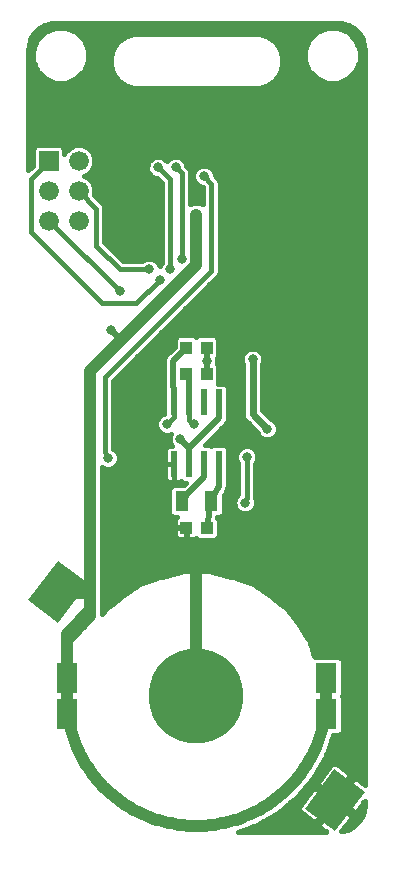
<source format=gbr>
G75*
%MOIN*%
%OFA0B0*%
%FSLAX25Y25*%
%IPPOS*%
%LPD*%
%AMOC8*
5,1,8,0,0,1.08239X$1,22.5*
%
%ADD10R,0.07000X0.10000*%
%ADD11C,0.31496*%
%ADD12R,0.06600X0.06600*%
%ADD13C,0.06600*%
%ADD14R,0.12598X0.16535*%
%ADD15R,0.04331X0.06693*%
%ADD16R,0.04331X0.03937*%
%ADD17R,0.03937X0.04331*%
%ADD18R,0.02362X0.08661*%
%ADD19C,0.01600*%
%ADD20C,0.03169*%
%ADD21C,0.04000*%
%ADD22C,0.02400*%
%ADD23C,0.02000*%
%ADD24C,0.03562*%
%ADD25C,0.03200*%
D10*
X0102362Y0054331D03*
X0015748Y0054331D03*
X0102362Y0042126D03*
X0015748Y0042126D03*
D11*
X0059055Y0048228D03*
D12*
X0009764Y0226535D03*
D13*
X0019764Y0226535D03*
X0009764Y0216535D03*
X0019764Y0216535D03*
X0009764Y0206535D03*
X0019764Y0206535D03*
D14*
G36*
X0013047Y0072546D02*
X0002987Y0080128D01*
X0012937Y0093332D01*
X0022997Y0085750D01*
X0013047Y0072546D01*
G37*
G36*
X0105173Y0003124D02*
X0095113Y0010706D01*
X0105063Y0023910D01*
X0115123Y0016328D01*
X0105173Y0003124D01*
G37*
D15*
X0063976Y0113189D03*
X0054134Y0113189D03*
D16*
X0062402Y0104331D03*
X0055709Y0104331D03*
D17*
X0062402Y0164370D03*
X0055709Y0164370D03*
X0062402Y0155512D03*
X0055709Y0155512D03*
D18*
X0061555Y0125591D03*
X0061555Y0146063D03*
X0066555Y0125591D03*
X0056555Y0125591D03*
X0051555Y0125591D03*
X0066555Y0146063D03*
X0056555Y0146063D03*
X0051555Y0146063D03*
D19*
X0022755Y0222058D02*
X0024241Y0223544D01*
X0025045Y0225485D01*
X0025045Y0227586D01*
X0024241Y0229527D01*
X0022755Y0231013D01*
X0020814Y0231817D01*
X0018713Y0231817D01*
X0016772Y0231013D01*
X0015287Y0229527D01*
X0015045Y0228943D01*
X0015045Y0230656D01*
X0013884Y0231817D01*
X0005643Y0231817D01*
X0004483Y0230656D01*
X0004483Y0225054D01*
X0002997Y0223508D01*
X0002997Y0263780D01*
X0003072Y0264930D01*
X0003668Y0267153D01*
X0004818Y0269145D01*
X0006445Y0270772D01*
X0008438Y0271923D01*
X0010661Y0272518D01*
X0011811Y0272594D01*
X0106299Y0272594D01*
X0107450Y0272518D01*
X0109672Y0271923D01*
X0111665Y0270772D01*
X0113292Y0269145D01*
X0114442Y0267153D01*
X0115038Y0264930D01*
X0115113Y0263780D01*
X0115113Y0018592D01*
X0111816Y0021076D01*
X0106239Y0013675D01*
X0104961Y0014638D01*
X0110538Y0022039D01*
X0105957Y0025491D01*
X0105518Y0025669D01*
X0105047Y0025727D01*
X0104578Y0025661D01*
X0104142Y0025476D01*
X0103768Y0025184D01*
X0099131Y0019030D01*
X0104961Y0014638D01*
X0103998Y0013360D01*
X0098168Y0017753D01*
X0093532Y0011599D01*
X0093354Y0011160D01*
X0093296Y0010690D01*
X0093362Y0010220D01*
X0093547Y0009784D01*
X0093839Y0009411D01*
X0098420Y0005958D01*
X0103998Y0013360D01*
X0105276Y0012397D01*
X0099698Y0004995D01*
X0102350Y0002997D01*
X0073044Y0002997D01*
X0079116Y0005207D01*
X0079116Y0005207D01*
X0086282Y0009344D01*
X0086282Y0009344D01*
X0092621Y0014663D01*
X0092621Y0014663D01*
X0097939Y0021001D01*
X0097939Y0021001D01*
X0102076Y0028167D01*
X0104616Y0035145D01*
X0106683Y0035145D01*
X0107843Y0036305D01*
X0107843Y0047947D01*
X0107562Y0048228D01*
X0107843Y0048510D01*
X0107843Y0060151D01*
X0106683Y0061312D01*
X0098438Y0061312D01*
X0098397Y0061477D01*
X0098312Y0061528D01*
X0096792Y0066088D01*
X0096857Y0066414D01*
X0096510Y0066934D01*
X0096313Y0067527D01*
X0096016Y0067675D01*
X0092851Y0072423D01*
X0092863Y0072548D01*
X0092347Y0073179D01*
X0091895Y0073857D01*
X0091772Y0073881D01*
X0089161Y0077073D01*
X0089136Y0077323D01*
X0088593Y0077767D01*
X0088149Y0078309D01*
X0087900Y0078334D01*
X0084708Y0080945D01*
X0084684Y0081068D01*
X0084006Y0081520D01*
X0083375Y0082036D01*
X0083250Y0082024D01*
X0078502Y0085189D01*
X0078354Y0085486D01*
X0077761Y0085684D01*
X0077240Y0086030D01*
X0076915Y0085965D01*
X0072355Y0087486D01*
X0072304Y0087570D01*
X0071490Y0087774D01*
X0070695Y0088039D01*
X0070607Y0087995D01*
X0064133Y0089613D01*
X0063916Y0089830D01*
X0063267Y0089830D01*
X0062637Y0089987D01*
X0062374Y0089830D01*
X0055736Y0089830D01*
X0055474Y0089987D01*
X0054843Y0089830D01*
X0054194Y0089830D01*
X0053977Y0089613D01*
X0047504Y0087995D01*
X0047415Y0088039D01*
X0046620Y0087774D01*
X0045806Y0087570D01*
X0045756Y0087486D01*
X0041195Y0085965D01*
X0040870Y0086030D01*
X0040350Y0085684D01*
X0039756Y0085486D01*
X0039608Y0085189D01*
X0034860Y0082024D01*
X0034735Y0082036D01*
X0034105Y0081520D01*
X0033427Y0081068D01*
X0033402Y0080945D01*
X0030211Y0078334D01*
X0029961Y0078309D01*
X0029517Y0077767D01*
X0028974Y0077323D01*
X0028949Y0077073D01*
X0027629Y0075460D01*
X0027603Y0075904D01*
X0027603Y0082628D01*
X0027621Y0083371D01*
X0027603Y0083418D01*
X0027603Y0124399D01*
X0028818Y0123895D01*
X0030237Y0123895D01*
X0031547Y0124438D01*
X0032550Y0125441D01*
X0033093Y0126751D01*
X0033093Y0128170D01*
X0032550Y0129480D01*
X0031547Y0130483D01*
X0031324Y0130575D01*
X0031324Y0153376D01*
X0065552Y0187603D01*
X0065552Y0187603D01*
X0066334Y0188385D01*
X0066757Y0189407D01*
X0066757Y0219549D01*
X0066334Y0220571D01*
X0065552Y0221354D01*
X0065081Y0221824D01*
X0065081Y0222166D01*
X0064538Y0223476D01*
X0063535Y0224479D01*
X0062225Y0225022D01*
X0060807Y0225022D01*
X0059496Y0224479D01*
X0058493Y0223476D01*
X0057950Y0222166D01*
X0057950Y0220747D01*
X0058493Y0219437D01*
X0059496Y0218434D01*
X0060807Y0217891D01*
X0061148Y0217891D01*
X0061195Y0217844D01*
X0061195Y0212084D01*
X0059847Y0212643D01*
X0058263Y0212643D01*
X0056915Y0212084D01*
X0056915Y0222994D01*
X0056492Y0224016D01*
X0055731Y0224777D01*
X0055731Y0225119D01*
X0055188Y0226429D01*
X0054185Y0227432D01*
X0052875Y0227975D01*
X0051456Y0227975D01*
X0050146Y0227432D01*
X0049213Y0226499D01*
X0048279Y0227432D01*
X0046969Y0227975D01*
X0045551Y0227975D01*
X0044240Y0227432D01*
X0043237Y0226429D01*
X0042694Y0225119D01*
X0042694Y0223700D01*
X0043237Y0222390D01*
X0044240Y0221387D01*
X0045551Y0220844D01*
X0045892Y0220844D01*
X0047416Y0219320D01*
X0047416Y0192714D01*
X0047174Y0192472D01*
X0046752Y0191453D01*
X0046330Y0192472D01*
X0045327Y0193475D01*
X0044016Y0194018D01*
X0042598Y0194018D01*
X0041287Y0193475D01*
X0041046Y0193234D01*
X0034617Y0193234D01*
X0028372Y0199479D01*
X0028372Y0210620D01*
X0028375Y0211164D01*
X0028372Y0211173D01*
X0028372Y0211183D01*
X0028163Y0211686D01*
X0027959Y0212189D01*
X0027952Y0212196D01*
X0027948Y0212205D01*
X0027564Y0212590D01*
X0024945Y0215244D01*
X0025045Y0215485D01*
X0025045Y0217586D01*
X0024241Y0219527D01*
X0022755Y0221013D01*
X0021493Y0221535D01*
X0022755Y0222058D01*
X0078861Y0111988D02*
X0078861Y0113406D01*
X0078582Y0114078D01*
X0078568Y0114272D01*
X0078568Y0125692D01*
X0078810Y0125933D01*
X0079353Y0127244D01*
X0079353Y0128662D01*
X0078810Y0129972D01*
X0077807Y0130975D01*
X0076497Y0131518D01*
X0075078Y0131518D01*
X0073768Y0130975D01*
X0072765Y0129972D01*
X0072222Y0128662D01*
X0072222Y0127244D01*
X0072765Y0125933D01*
X0073006Y0125692D01*
X0073006Y0115450D01*
X0072273Y0114716D01*
X0071730Y0113406D01*
X0071730Y0111988D01*
X0072273Y0110677D01*
X0073276Y0109674D01*
X0074586Y0109131D01*
X0076004Y0109131D01*
X0077315Y0109674D01*
X0078318Y0110677D01*
X0078861Y0111988D01*
X0030468Y0260439D02*
X0030468Y0258433D01*
X0031339Y0255751D01*
X0031339Y0255751D01*
X0032997Y0253469D01*
X0032997Y0253469D01*
X0032997Y0253469D01*
X0035278Y0251812D01*
X0035278Y0251812D01*
X0037960Y0250940D01*
X0080150Y0250940D01*
X0082832Y0251812D01*
X0082832Y0251812D01*
X0085114Y0253469D01*
X0085114Y0253469D01*
X0085114Y0253469D01*
X0086771Y0255751D01*
X0086771Y0255751D01*
X0087643Y0258433D01*
X0087643Y0261253D01*
X0086771Y0263934D01*
X0086771Y0263934D01*
X0085114Y0266216D01*
X0085114Y0266216D01*
X0085114Y0266216D01*
X0082832Y0267873D01*
X0082832Y0267873D01*
X0080150Y0268745D01*
X0037960Y0268745D01*
X0035278Y0267873D01*
X0035278Y0267873D01*
X0032997Y0266216D01*
X0032997Y0266216D01*
X0032997Y0266216D01*
X0031339Y0263934D01*
X0030468Y0261253D01*
X0030468Y0260439D01*
X0113430Y0260001D02*
X0113430Y0263621D01*
X0112045Y0266965D01*
X0109485Y0269525D01*
X0106141Y0270910D01*
X0102521Y0270910D01*
X0099176Y0269525D01*
X0096617Y0266965D01*
X0095231Y0263621D01*
X0095231Y0260001D01*
X0096617Y0256657D01*
X0099176Y0254097D01*
X0102521Y0252712D01*
X0106141Y0252712D01*
X0109485Y0254097D01*
X0112045Y0256657D01*
X0113430Y0260001D01*
X0022879Y0260001D02*
X0022879Y0263621D01*
X0021493Y0266965D01*
X0018934Y0269525D01*
X0015589Y0270910D01*
X0011970Y0270910D01*
X0008625Y0269525D01*
X0006066Y0266965D01*
X0004680Y0263621D01*
X0004680Y0260001D01*
X0006066Y0256657D01*
X0008625Y0254097D01*
X0011970Y0252712D01*
X0015589Y0252712D01*
X0018934Y0254097D01*
X0021493Y0256657D01*
X0022879Y0260001D01*
X0055524Y0100562D02*
X0055524Y0104146D01*
X0055893Y0104146D01*
X0055893Y0100562D01*
X0058111Y0100562D01*
X0058569Y0100685D01*
X0058913Y0100884D01*
X0059416Y0100381D01*
X0065388Y0100381D01*
X0066548Y0101542D01*
X0066548Y0107120D01*
X0066019Y0107649D01*
X0066057Y0107861D01*
X0066962Y0107861D01*
X0068123Y0109022D01*
X0068123Y0114816D01*
X0068887Y0116344D01*
X0068964Y0116422D01*
X0069151Y0116872D01*
X0069369Y0117307D01*
X0069376Y0117416D01*
X0069418Y0117517D01*
X0069418Y0118004D01*
X0069453Y0118490D01*
X0069418Y0118594D01*
X0069418Y0120140D01*
X0069717Y0120439D01*
X0069717Y0130742D01*
X0068557Y0131902D01*
X0064553Y0131902D01*
X0064055Y0131404D01*
X0063557Y0131902D01*
X0061807Y0131902D01*
X0068522Y0138617D01*
X0068926Y0139004D01*
X0068940Y0139035D01*
X0068964Y0139059D01*
X0069179Y0139577D01*
X0069404Y0140089D01*
X0069405Y0140123D01*
X0069418Y0140155D01*
X0069418Y0140612D01*
X0069717Y0140912D01*
X0069717Y0151214D01*
X0068557Y0152375D01*
X0066200Y0152375D01*
X0066351Y0152526D01*
X0066351Y0158498D01*
X0065934Y0158915D01*
X0066065Y0159232D01*
X0066065Y0160650D01*
X0065934Y0160967D01*
X0066351Y0161384D01*
X0066351Y0167356D01*
X0065191Y0168517D01*
X0059612Y0168517D01*
X0059055Y0167959D01*
X0058498Y0168517D01*
X0052920Y0168517D01*
X0051759Y0167356D01*
X0051759Y0164677D01*
X0049508Y0162475D01*
X0049492Y0162468D01*
X0049085Y0162060D01*
X0048673Y0161657D01*
X0048666Y0161642D01*
X0048654Y0161630D01*
X0048433Y0161097D01*
X0048207Y0160567D01*
X0048207Y0160550D01*
X0048200Y0160534D01*
X0048200Y0159957D01*
X0048194Y0159381D01*
X0048200Y0159365D01*
X0048200Y0152059D01*
X0048165Y0151955D01*
X0048200Y0151469D01*
X0048200Y0150982D01*
X0048242Y0150881D01*
X0048250Y0150772D01*
X0048393Y0150485D01*
X0048393Y0142299D01*
X0047193Y0141802D01*
X0046190Y0140799D01*
X0045647Y0139489D01*
X0045647Y0138070D01*
X0046190Y0136760D01*
X0047193Y0135757D01*
X0048503Y0135214D01*
X0049922Y0135214D01*
X0050432Y0135425D01*
X0050076Y0134567D01*
X0050076Y0133149D01*
X0050619Y0131839D01*
X0050737Y0131721D01*
X0050137Y0131721D01*
X0049679Y0131599D01*
X0049269Y0131362D01*
X0048934Y0131026D01*
X0048697Y0130616D01*
X0048574Y0130158D01*
X0048574Y0125591D01*
X0051555Y0125591D01*
X0051555Y0125590D01*
X0048574Y0125590D01*
X0048574Y0121023D01*
X0048697Y0120565D01*
X0048934Y0120155D01*
X0049269Y0119819D01*
X0049679Y0119583D01*
X0050137Y0119460D01*
X0051555Y0119460D01*
X0051555Y0125590D01*
X0051555Y0125590D01*
X0051555Y0119460D01*
X0052973Y0119460D01*
X0053431Y0119583D01*
X0053841Y0119819D01*
X0053927Y0119905D01*
X0054553Y0119279D01*
X0055516Y0119279D01*
X0054807Y0118570D01*
X0054705Y0118517D01*
X0051148Y0118517D01*
X0049987Y0117356D01*
X0049987Y0109022D01*
X0051148Y0107861D01*
X0052649Y0107861D01*
X0052438Y0107740D01*
X0052103Y0107404D01*
X0051866Y0106994D01*
X0051743Y0106536D01*
X0051743Y0104515D01*
X0055524Y0104515D01*
X0055524Y0104146D01*
X0051743Y0104146D01*
X0051743Y0102125D01*
X0051866Y0101667D01*
X0052103Y0101257D01*
X0052438Y0100922D01*
X0052849Y0100685D01*
X0053306Y0100562D01*
X0055524Y0100562D01*
X0086243Y0136594D02*
X0086243Y0138012D01*
X0085700Y0139323D01*
X0084697Y0140326D01*
X0083769Y0140710D01*
X0080937Y0143542D01*
X0080937Y0158796D01*
X0081321Y0159724D01*
X0081321Y0161142D01*
X0080778Y0162453D01*
X0079776Y0163456D01*
X0078465Y0163998D01*
X0077047Y0163998D01*
X0075736Y0163456D01*
X0074733Y0162453D01*
X0074191Y0161142D01*
X0074191Y0159724D01*
X0074575Y0158796D01*
X0074575Y0141592D01*
X0075059Y0140422D01*
X0075954Y0139528D01*
X0079270Y0136211D01*
X0079655Y0135284D01*
X0080658Y0134281D01*
X0081968Y0133738D01*
X0083386Y0133738D01*
X0084697Y0134281D01*
X0085700Y0135284D01*
X0086243Y0136594D01*
X0112068Y0009282D02*
X0115113Y0013324D01*
X0115113Y0011811D01*
X0115038Y0010661D01*
X0114442Y0008438D01*
X0113292Y0006445D01*
X0111665Y0004818D01*
X0109672Y0003668D01*
X0107450Y0003072D01*
X0107385Y0003068D01*
X0111105Y0008004D01*
X0105276Y0012397D01*
X0106239Y0013675D01*
X0112068Y0009282D01*
X0102085Y0003197D02*
X0073594Y0003197D01*
X0107483Y0003197D02*
X0107915Y0003197D01*
X0099963Y0004796D02*
X0077986Y0004796D01*
X0108687Y0004796D02*
X0111626Y0004796D01*
X0097842Y0006394D02*
X0081172Y0006394D01*
X0098749Y0006394D02*
X0100752Y0006394D01*
X0109892Y0006394D02*
X0113241Y0006394D01*
X0095721Y0007993D02*
X0083941Y0007993D01*
X0099953Y0007993D02*
X0101957Y0007993D01*
X0111096Y0007993D02*
X0114185Y0007993D01*
X0093698Y0009591D02*
X0086576Y0009591D01*
X0101158Y0009591D02*
X0103161Y0009591D01*
X0108999Y0009591D02*
X0111658Y0009591D01*
X0112301Y0009591D02*
X0114751Y0009591D01*
X0093366Y0011190D02*
X0088481Y0011190D01*
X0102362Y0011190D02*
X0104366Y0011190D01*
X0106878Y0011190D02*
X0109536Y0011190D01*
X0113505Y0011190D02*
X0115073Y0011190D01*
X0094427Y0012788D02*
X0090386Y0012788D01*
X0103567Y0012788D02*
X0104757Y0012788D01*
X0105570Y0012788D02*
X0107415Y0012788D01*
X0114710Y0012788D02*
X0115113Y0012788D01*
X0095632Y0014387D02*
X0092291Y0014387D01*
X0102635Y0014387D02*
X0104771Y0014387D01*
X0105294Y0014387D02*
X0106775Y0014387D01*
X0096836Y0015985D02*
X0093730Y0015985D01*
X0100514Y0015985D02*
X0103173Y0015985D01*
X0105976Y0015985D02*
X0107979Y0015985D01*
X0098041Y0017584D02*
X0095071Y0017584D01*
X0098393Y0017584D02*
X0101051Y0017584D01*
X0107181Y0017584D02*
X0109184Y0017584D01*
X0099246Y0019182D02*
X0096413Y0019182D01*
X0108385Y0019182D02*
X0110389Y0019182D01*
X0114330Y0019182D02*
X0115113Y0019182D01*
X0100450Y0020781D02*
X0097754Y0020781D01*
X0109590Y0020781D02*
X0111593Y0020781D01*
X0112208Y0020781D02*
X0115113Y0020781D01*
X0101655Y0022379D02*
X0098735Y0022379D01*
X0110087Y0022379D02*
X0115113Y0022379D01*
X0102859Y0023978D02*
X0099658Y0023978D01*
X0107966Y0023978D02*
X0115113Y0023978D01*
X0104379Y0025576D02*
X0100581Y0025576D01*
X0105747Y0025576D02*
X0115113Y0025576D01*
X0115113Y0027175D02*
X0101503Y0027175D01*
X0102297Y0028773D02*
X0115113Y0028773D01*
X0115113Y0030372D02*
X0102879Y0030372D01*
X0103461Y0031970D02*
X0115113Y0031970D01*
X0115113Y0033569D02*
X0104042Y0033569D01*
X0106705Y0035167D02*
X0115113Y0035167D01*
X0115113Y0036766D02*
X0107843Y0036766D01*
X0107843Y0038364D02*
X0115113Y0038364D01*
X0115113Y0039963D02*
X0107843Y0039963D01*
X0107843Y0041561D02*
X0115113Y0041561D01*
X0115113Y0043160D02*
X0107843Y0043160D01*
X0107843Y0044758D02*
X0115113Y0044758D01*
X0115113Y0046357D02*
X0107843Y0046357D01*
X0107835Y0047955D02*
X0115113Y0047955D01*
X0115113Y0049554D02*
X0107843Y0049554D01*
X0107843Y0051152D02*
X0115113Y0051152D01*
X0115113Y0052751D02*
X0107843Y0052751D01*
X0107843Y0054349D02*
X0115113Y0054349D01*
X0115113Y0055948D02*
X0107843Y0055948D01*
X0107843Y0057546D02*
X0115113Y0057546D01*
X0115113Y0059145D02*
X0107843Y0059145D01*
X0107251Y0060743D02*
X0115113Y0060743D01*
X0115113Y0062342D02*
X0098041Y0062342D01*
X0097508Y0063940D02*
X0115113Y0063940D01*
X0115113Y0065539D02*
X0096975Y0065539D01*
X0096442Y0067137D02*
X0115113Y0067137D01*
X0115113Y0068736D02*
X0095309Y0068736D01*
X0094243Y0070334D02*
X0115113Y0070334D01*
X0115113Y0071933D02*
X0093178Y0071933D01*
X0092112Y0073532D02*
X0115113Y0073532D01*
X0115113Y0075130D02*
X0090751Y0075130D01*
X0028668Y0076729D02*
X0027603Y0076729D01*
X0089443Y0076729D02*
X0115113Y0076729D01*
X0030140Y0078327D02*
X0027603Y0078327D01*
X0087971Y0078327D02*
X0115113Y0078327D01*
X0032156Y0079926D02*
X0027603Y0079926D01*
X0085955Y0079926D02*
X0115113Y0079926D01*
X0034109Y0081524D02*
X0027603Y0081524D01*
X0084001Y0081524D02*
X0115113Y0081524D01*
X0036508Y0083123D02*
X0027615Y0083123D01*
X0081602Y0083123D02*
X0115113Y0083123D01*
X0038906Y0084721D02*
X0027603Y0084721D01*
X0079204Y0084721D02*
X0115113Y0084721D01*
X0042258Y0086320D02*
X0027603Y0086320D01*
X0075852Y0086320D02*
X0115113Y0086320D01*
X0047053Y0087918D02*
X0027603Y0087918D01*
X0071057Y0087918D02*
X0115113Y0087918D01*
X0053592Y0089517D02*
X0027603Y0089517D01*
X0064518Y0089517D02*
X0115113Y0089517D01*
X0115113Y0091115D02*
X0027603Y0091115D01*
X0027603Y0092714D02*
X0115113Y0092714D01*
X0115113Y0094312D02*
X0027603Y0094312D01*
X0027603Y0095911D02*
X0115113Y0095911D01*
X0115113Y0097509D02*
X0027603Y0097509D01*
X0027603Y0099108D02*
X0115113Y0099108D01*
X0052812Y0100706D02*
X0027603Y0100706D01*
X0055524Y0100706D02*
X0055893Y0100706D01*
X0058606Y0100706D02*
X0059091Y0100706D01*
X0065713Y0100706D02*
X0115113Y0100706D01*
X0051743Y0102305D02*
X0027603Y0102305D01*
X0055524Y0102305D02*
X0055893Y0102305D01*
X0066548Y0102305D02*
X0115113Y0102305D01*
X0051743Y0103903D02*
X0027603Y0103903D01*
X0055524Y0103903D02*
X0055893Y0103903D01*
X0066548Y0103903D02*
X0115113Y0103903D01*
X0051743Y0105502D02*
X0027603Y0105502D01*
X0066548Y0105502D02*
X0115113Y0105502D01*
X0051927Y0107100D02*
X0027603Y0107100D01*
X0066548Y0107100D02*
X0115113Y0107100D01*
X0050311Y0108699D02*
X0027603Y0108699D01*
X0067800Y0108699D02*
X0115113Y0108699D01*
X0049987Y0110297D02*
X0027603Y0110297D01*
X0068123Y0110297D02*
X0072653Y0110297D01*
X0077938Y0110297D02*
X0115113Y0110297D01*
X0049987Y0111896D02*
X0027603Y0111896D01*
X0068123Y0111896D02*
X0071768Y0111896D01*
X0078823Y0111896D02*
X0115113Y0111896D01*
X0049987Y0113494D02*
X0027603Y0113494D01*
X0068123Y0113494D02*
X0071766Y0113494D01*
X0078824Y0113494D02*
X0115113Y0113494D01*
X0049987Y0115093D02*
X0027603Y0115093D01*
X0068261Y0115093D02*
X0072649Y0115093D01*
X0078568Y0115093D02*
X0115113Y0115093D01*
X0049987Y0116691D02*
X0027603Y0116691D01*
X0069076Y0116691D02*
X0073006Y0116691D01*
X0078568Y0116691D02*
X0115113Y0116691D01*
X0050921Y0118290D02*
X0027603Y0118290D01*
X0069438Y0118290D02*
X0073006Y0118290D01*
X0078568Y0118290D02*
X0115113Y0118290D01*
X0049200Y0119888D02*
X0027603Y0119888D01*
X0051555Y0119888D02*
X0051555Y0119888D01*
X0053910Y0119888D02*
X0053944Y0119888D01*
X0069418Y0119888D02*
X0073006Y0119888D01*
X0078568Y0119888D02*
X0115113Y0119888D01*
X0048574Y0121487D02*
X0027603Y0121487D01*
X0051555Y0121487D02*
X0051555Y0121487D01*
X0069717Y0121487D02*
X0073006Y0121487D01*
X0078568Y0121487D02*
X0115113Y0121487D01*
X0048574Y0123085D02*
X0027603Y0123085D01*
X0051555Y0123085D02*
X0051555Y0123085D01*
X0069717Y0123085D02*
X0073006Y0123085D01*
X0078568Y0123085D02*
X0115113Y0123085D01*
X0048574Y0124684D02*
X0031793Y0124684D01*
X0051555Y0124684D02*
X0051555Y0124684D01*
X0069717Y0124684D02*
X0073006Y0124684D01*
X0078568Y0124684D02*
X0115113Y0124684D01*
X0048574Y0126282D02*
X0032899Y0126282D01*
X0069717Y0126282D02*
X0072620Y0126282D01*
X0078955Y0126282D02*
X0115113Y0126282D01*
X0048574Y0127881D02*
X0033093Y0127881D01*
X0069717Y0127881D02*
X0072222Y0127881D01*
X0079353Y0127881D02*
X0115113Y0127881D01*
X0048574Y0129479D02*
X0032550Y0129479D01*
X0069717Y0129479D02*
X0072561Y0129479D01*
X0079014Y0129479D02*
X0115113Y0129479D01*
X0048985Y0131078D02*
X0031324Y0131078D01*
X0069381Y0131078D02*
X0074016Y0131078D01*
X0077559Y0131078D02*
X0115113Y0131078D01*
X0050272Y0132676D02*
X0031324Y0132676D01*
X0062581Y0132676D02*
X0115113Y0132676D01*
X0050076Y0134275D02*
X0031324Y0134275D01*
X0064180Y0134275D02*
X0080671Y0134275D01*
X0084683Y0134275D02*
X0115113Y0134275D01*
X0047076Y0135873D02*
X0031324Y0135873D01*
X0065778Y0135873D02*
X0079410Y0135873D01*
X0085944Y0135873D02*
X0115113Y0135873D01*
X0045895Y0137472D02*
X0031324Y0137472D01*
X0067377Y0137472D02*
X0078010Y0137472D01*
X0086243Y0137472D02*
X0115113Y0137472D01*
X0045647Y0139070D02*
X0031324Y0139070D01*
X0068969Y0139070D02*
X0076411Y0139070D01*
X0085804Y0139070D02*
X0115113Y0139070D01*
X0046136Y0140669D02*
X0031324Y0140669D01*
X0069475Y0140669D02*
X0074957Y0140669D01*
X0083868Y0140669D02*
X0115113Y0140669D01*
X0048317Y0142268D02*
X0031324Y0142268D01*
X0069717Y0142268D02*
X0074575Y0142268D01*
X0082212Y0142268D02*
X0115113Y0142268D01*
X0048393Y0143866D02*
X0031324Y0143866D01*
X0069717Y0143866D02*
X0074575Y0143866D01*
X0080937Y0143866D02*
X0115113Y0143866D01*
X0048393Y0145465D02*
X0031324Y0145465D01*
X0069717Y0145465D02*
X0074575Y0145465D01*
X0080937Y0145465D02*
X0115113Y0145465D01*
X0048393Y0147063D02*
X0031324Y0147063D01*
X0069717Y0147063D02*
X0074575Y0147063D01*
X0080937Y0147063D02*
X0115113Y0147063D01*
X0048393Y0148662D02*
X0031324Y0148662D01*
X0069717Y0148662D02*
X0074575Y0148662D01*
X0080937Y0148662D02*
X0115113Y0148662D01*
X0048393Y0150260D02*
X0031324Y0150260D01*
X0069717Y0150260D02*
X0074575Y0150260D01*
X0080937Y0150260D02*
X0115113Y0150260D01*
X0048172Y0151859D02*
X0031324Y0151859D01*
X0069073Y0151859D02*
X0074575Y0151859D01*
X0080937Y0151859D02*
X0115113Y0151859D01*
X0048200Y0153457D02*
X0031406Y0153457D01*
X0066351Y0153457D02*
X0074575Y0153457D01*
X0080937Y0153457D02*
X0115113Y0153457D01*
X0048200Y0155056D02*
X0033004Y0155056D01*
X0066351Y0155056D02*
X0074575Y0155056D01*
X0080937Y0155056D02*
X0115113Y0155056D01*
X0048200Y0156654D02*
X0034603Y0156654D01*
X0066351Y0156654D02*
X0074575Y0156654D01*
X0080937Y0156654D02*
X0115113Y0156654D01*
X0048200Y0158253D02*
X0036201Y0158253D01*
X0066351Y0158253D02*
X0074575Y0158253D01*
X0080937Y0158253D02*
X0115113Y0158253D01*
X0048199Y0159851D02*
X0037800Y0159851D01*
X0066065Y0159851D02*
X0074191Y0159851D01*
X0081321Y0159851D02*
X0115113Y0159851D01*
X0048579Y0161450D02*
X0039398Y0161450D01*
X0066351Y0161450D02*
X0074318Y0161450D01*
X0081194Y0161450D02*
X0115113Y0161450D01*
X0050094Y0163048D02*
X0040997Y0163048D01*
X0066351Y0163048D02*
X0075329Y0163048D01*
X0080183Y0163048D02*
X0115113Y0163048D01*
X0051728Y0164647D02*
X0042595Y0164647D01*
X0066351Y0164647D02*
X0115113Y0164647D01*
X0051759Y0166245D02*
X0044194Y0166245D01*
X0066351Y0166245D02*
X0115113Y0166245D01*
X0052247Y0167844D02*
X0045792Y0167844D01*
X0065864Y0167844D02*
X0115113Y0167844D01*
X0115113Y0169442D02*
X0047391Y0169442D01*
X0048990Y0171041D02*
X0115113Y0171041D01*
X0115113Y0172639D02*
X0050588Y0172639D01*
X0052187Y0174238D02*
X0115113Y0174238D01*
X0115113Y0175836D02*
X0053785Y0175836D01*
X0055384Y0177435D02*
X0115113Y0177435D01*
X0115113Y0179033D02*
X0056982Y0179033D01*
X0058581Y0180632D02*
X0115113Y0180632D01*
X0115113Y0182230D02*
X0060179Y0182230D01*
X0061778Y0183829D02*
X0115113Y0183829D01*
X0115113Y0185427D02*
X0063376Y0185427D01*
X0064975Y0187026D02*
X0115113Y0187026D01*
X0115113Y0188624D02*
X0066433Y0188624D01*
X0066757Y0190223D02*
X0115113Y0190223D01*
X0046905Y0191821D02*
X0046599Y0191821D01*
X0066757Y0191821D02*
X0115113Y0191821D01*
X0041232Y0193420D02*
X0034430Y0193420D01*
X0045382Y0193420D02*
X0047416Y0193420D01*
X0066757Y0193420D02*
X0115113Y0193420D01*
X0047416Y0195018D02*
X0032832Y0195018D01*
X0066757Y0195018D02*
X0115113Y0195018D01*
X0047416Y0196617D02*
X0031233Y0196617D01*
X0066757Y0196617D02*
X0115113Y0196617D01*
X0047416Y0198215D02*
X0029635Y0198215D01*
X0066757Y0198215D02*
X0115113Y0198215D01*
X0047416Y0199814D02*
X0028372Y0199814D01*
X0066757Y0199814D02*
X0115113Y0199814D01*
X0047416Y0201412D02*
X0028372Y0201412D01*
X0066757Y0201412D02*
X0115113Y0201412D01*
X0047416Y0203011D02*
X0028372Y0203011D01*
X0066757Y0203011D02*
X0115113Y0203011D01*
X0047416Y0204609D02*
X0028372Y0204609D01*
X0066757Y0204609D02*
X0115113Y0204609D01*
X0047416Y0206208D02*
X0028372Y0206208D01*
X0066757Y0206208D02*
X0115113Y0206208D01*
X0047416Y0207806D02*
X0028372Y0207806D01*
X0066757Y0207806D02*
X0115113Y0207806D01*
X0047416Y0209405D02*
X0028372Y0209405D01*
X0066757Y0209405D02*
X0115113Y0209405D01*
X0047416Y0211003D02*
X0028374Y0211003D01*
X0066757Y0211003D02*
X0115113Y0211003D01*
X0047416Y0212602D02*
X0027552Y0212602D01*
X0056915Y0212602D02*
X0058165Y0212602D01*
X0059945Y0212602D02*
X0061195Y0212602D01*
X0066757Y0212602D02*
X0115113Y0212602D01*
X0047416Y0214201D02*
X0025974Y0214201D01*
X0056915Y0214201D02*
X0061195Y0214201D01*
X0066757Y0214201D02*
X0115113Y0214201D01*
X0047416Y0215799D02*
X0025045Y0215799D01*
X0056915Y0215799D02*
X0061195Y0215799D01*
X0066757Y0215799D02*
X0115113Y0215799D01*
X0047416Y0217398D02*
X0025045Y0217398D01*
X0056915Y0217398D02*
X0061195Y0217398D01*
X0066757Y0217398D02*
X0115113Y0217398D01*
X0047416Y0218996D02*
X0024461Y0218996D01*
X0056915Y0218996D02*
X0058934Y0218996D01*
X0066757Y0218996D02*
X0115113Y0218996D01*
X0046142Y0220595D02*
X0023173Y0220595D01*
X0056915Y0220595D02*
X0058014Y0220595D01*
X0066311Y0220595D02*
X0115113Y0220595D01*
X0043434Y0222193D02*
X0022890Y0222193D01*
X0056915Y0222193D02*
X0057962Y0222193D01*
X0065070Y0222193D02*
X0115113Y0222193D01*
X0003270Y0223792D02*
X0002997Y0223792D01*
X0024343Y0223792D02*
X0042694Y0223792D01*
X0056585Y0223792D02*
X0058808Y0223792D01*
X0064223Y0223792D02*
X0115113Y0223792D01*
X0004483Y0225390D02*
X0002997Y0225390D01*
X0025006Y0225390D02*
X0042807Y0225390D01*
X0055618Y0225390D02*
X0115113Y0225390D01*
X0004483Y0226989D02*
X0002997Y0226989D01*
X0025045Y0226989D02*
X0043797Y0226989D01*
X0048723Y0226989D02*
X0049702Y0226989D01*
X0054628Y0226989D02*
X0115113Y0226989D01*
X0004483Y0228587D02*
X0002997Y0228587D01*
X0024630Y0228587D02*
X0115113Y0228587D01*
X0004483Y0230186D02*
X0002997Y0230186D01*
X0015045Y0230186D02*
X0015945Y0230186D01*
X0023582Y0230186D02*
X0115113Y0230186D01*
X0005611Y0231784D02*
X0002997Y0231784D01*
X0013917Y0231784D02*
X0018635Y0231784D01*
X0020892Y0231784D02*
X0115113Y0231784D01*
X0115113Y0233383D02*
X0002997Y0233383D01*
X0002997Y0234981D02*
X0115113Y0234981D01*
X0115113Y0236580D02*
X0002997Y0236580D01*
X0002997Y0238178D02*
X0115113Y0238178D01*
X0115113Y0239777D02*
X0002997Y0239777D01*
X0002997Y0241375D02*
X0115113Y0241375D01*
X0115113Y0242974D02*
X0002997Y0242974D01*
X0002997Y0244572D02*
X0115113Y0244572D01*
X0115113Y0246171D02*
X0002997Y0246171D01*
X0002997Y0247769D02*
X0115113Y0247769D01*
X0115113Y0249368D02*
X0002997Y0249368D01*
X0002997Y0250966D02*
X0037880Y0250966D01*
X0080231Y0250966D02*
X0115113Y0250966D01*
X0034241Y0252565D02*
X0002997Y0252565D01*
X0083869Y0252565D02*
X0115113Y0252565D01*
X0008559Y0254163D02*
X0002997Y0254163D01*
X0019000Y0254163D02*
X0032492Y0254163D01*
X0085618Y0254163D02*
X0099110Y0254163D01*
X0109551Y0254163D02*
X0115113Y0254163D01*
X0006961Y0255762D02*
X0002997Y0255762D01*
X0020599Y0255762D02*
X0031335Y0255762D01*
X0086775Y0255762D02*
X0097512Y0255762D01*
X0111150Y0255762D02*
X0115113Y0255762D01*
X0005774Y0257360D02*
X0002997Y0257360D01*
X0021785Y0257360D02*
X0030816Y0257360D01*
X0087294Y0257360D02*
X0096325Y0257360D01*
X0112336Y0257360D02*
X0115113Y0257360D01*
X0005112Y0258959D02*
X0002997Y0258959D01*
X0022447Y0258959D02*
X0030468Y0258959D01*
X0087643Y0258959D02*
X0095663Y0258959D01*
X0112998Y0258959D02*
X0115113Y0258959D01*
X0004680Y0260557D02*
X0002997Y0260557D01*
X0022879Y0260557D02*
X0030468Y0260557D01*
X0087643Y0260557D02*
X0095231Y0260557D01*
X0113430Y0260557D02*
X0115113Y0260557D01*
X0004680Y0262156D02*
X0002997Y0262156D01*
X0022879Y0262156D02*
X0030761Y0262156D01*
X0087349Y0262156D02*
X0095231Y0262156D01*
X0113430Y0262156D02*
X0115113Y0262156D01*
X0004736Y0263754D02*
X0002997Y0263754D01*
X0022823Y0263754D02*
X0031281Y0263754D01*
X0086830Y0263754D02*
X0095287Y0263754D01*
X0113375Y0263754D02*
X0115113Y0263754D01*
X0005398Y0265353D02*
X0003186Y0265353D01*
X0022161Y0265353D02*
X0032370Y0265353D01*
X0085741Y0265353D02*
X0095949Y0265353D01*
X0112713Y0265353D02*
X0114925Y0265353D01*
X0006060Y0266951D02*
X0003614Y0266951D01*
X0021499Y0266951D02*
X0034009Y0266951D01*
X0084101Y0266951D02*
X0096611Y0266951D01*
X0112050Y0266951D02*
X0114496Y0266951D01*
X0007650Y0268550D02*
X0004475Y0268550D01*
X0019909Y0268550D02*
X0037360Y0268550D01*
X0080750Y0268550D02*
X0098201Y0268550D01*
X0110460Y0268550D02*
X0113636Y0268550D01*
X0010130Y0270148D02*
X0005821Y0270148D01*
X0017429Y0270148D02*
X0100682Y0270148D01*
X0107980Y0270148D02*
X0112289Y0270148D01*
X0109977Y0271747D02*
X0008133Y0271747D01*
X0056594Y0150098D02*
X0056555Y0146063D01*
X0056594Y0140256D01*
X0058071Y0138780D01*
X0028543Y0154528D02*
X0063976Y0189961D01*
X0061516Y0221457D02*
X0063976Y0218996D01*
X0063976Y0189961D01*
X0028543Y0154528D02*
X0028543Y0129429D01*
X0029528Y0127461D01*
X0056594Y0126969D02*
X0056555Y0125591D01*
X0009764Y0226535D02*
X0003937Y0220472D01*
X0003937Y0202756D01*
X0027559Y0179134D01*
X0038878Y0179134D01*
X0046752Y0187008D01*
X0019764Y0216535D02*
X0025591Y0210630D01*
X0025591Y0198327D01*
X0033465Y0190453D01*
X0043307Y0190453D01*
X0009764Y0206535D02*
X0011319Y0205217D01*
X0033465Y0183071D01*
X0050197Y0190453D02*
X0050197Y0220472D01*
X0046260Y0224409D01*
X0054134Y0193898D02*
X0054134Y0222441D01*
X0052165Y0224409D01*
X0075295Y0112697D02*
X0075787Y0114173D01*
X0075787Y0127953D01*
X0051673Y0150591D02*
X0051555Y0146063D01*
X0051673Y0141240D01*
X0049213Y0138780D01*
D20*
X0059055Y0092520D03*
X0063231Y0092520D03*
X0054879Y0092520D03*
X0028543Y0102362D03*
X0075787Y0102362D03*
X0067913Y0175197D03*
X0070866Y0172244D03*
X0029528Y0122047D03*
X0029528Y0117126D03*
X0040354Y0152559D03*
X0059055Y0229823D03*
X0096457Y0092520D03*
X0036909Y0156004D03*
X0010335Y0243110D03*
X0044783Y0122047D03*
X0044783Y0117126D03*
X0073819Y0107776D03*
X0070374Y0111220D03*
X0102854Y0200295D03*
X0082677Y0212598D03*
X0092520Y0212598D03*
X0112205Y0027559D03*
X0112205Y0022638D03*
X0076772Y0187992D03*
X0079724Y0182087D03*
X0095472Y0171260D03*
X0103346Y0163386D03*
X0103346Y0168307D03*
X0098425Y0129921D03*
X0076772Y0134843D03*
X0030020Y0206693D03*
X0030020Y0211614D03*
X0103346Y0147146D03*
X0082677Y0137303D03*
X0077756Y0160433D03*
X0062500Y0159941D03*
X0058071Y0138780D03*
X0061516Y0221457D03*
X0029528Y0127461D03*
X0016732Y0068898D03*
X0019685Y0071850D03*
X0022638Y0074803D03*
X0053642Y0133858D03*
X0030512Y0170276D03*
X0046752Y0187008D03*
X0043307Y0190453D03*
X0033465Y0183071D03*
X0046260Y0224409D03*
X0050197Y0190453D03*
X0052165Y0224409D03*
X0054134Y0193898D03*
X0075295Y0112697D03*
X0075787Y0127953D03*
X0049213Y0138780D03*
D21*
X0059055Y0092520D02*
X0059055Y0048228D01*
X0059055Y0208661D02*
X0059055Y0191929D01*
X0033957Y0166831D01*
X0023622Y0156496D01*
X0023622Y0082677D01*
X0023622Y0075787D01*
X0015748Y0066929D01*
X0015748Y0054331D01*
X0015748Y0048228D01*
X0015761Y0047182D01*
X0015799Y0046136D01*
X0015862Y0045091D01*
X0015950Y0044048D01*
X0016064Y0043008D01*
X0016202Y0041971D01*
X0016366Y0040937D01*
X0016555Y0039908D01*
X0016768Y0038883D01*
X0017006Y0037864D01*
X0017269Y0036851D01*
X0017556Y0035845D01*
X0017868Y0034845D01*
X0018203Y0033854D01*
X0018562Y0032871D01*
X0018945Y0031897D01*
X0019351Y0030933D01*
X0019781Y0029978D01*
X0020233Y0029035D01*
X0020709Y0028102D01*
X0021206Y0027182D01*
X0021726Y0026273D01*
X0022267Y0025377D01*
X0022830Y0024495D01*
X0023414Y0023627D01*
X0024019Y0022773D01*
X0024644Y0021934D01*
X0025290Y0021110D01*
X0025955Y0020302D01*
X0026639Y0019510D01*
X0027343Y0018735D01*
X0028065Y0017978D01*
X0028805Y0017238D01*
X0029562Y0016516D01*
X0030337Y0015812D01*
X0031129Y0015128D01*
X0031937Y0014463D01*
X0032761Y0013817D01*
X0033600Y0013192D01*
X0034454Y0012587D01*
X0035322Y0012003D01*
X0036204Y0011440D01*
X0037100Y0010899D01*
X0038009Y0010379D01*
X0038929Y0009882D01*
X0039862Y0009406D01*
X0040805Y0008954D01*
X0041760Y0008524D01*
X0042724Y0008118D01*
X0043698Y0007735D01*
X0044681Y0007376D01*
X0045672Y0007041D01*
X0046672Y0006729D01*
X0047678Y0006442D01*
X0048691Y0006179D01*
X0049710Y0005941D01*
X0050735Y0005728D01*
X0051764Y0005539D01*
X0052798Y0005375D01*
X0053835Y0005237D01*
X0054875Y0005123D01*
X0055918Y0005035D01*
X0056963Y0004972D01*
X0058009Y0004934D01*
X0059055Y0004921D01*
X0060101Y0004934D01*
X0061147Y0004972D01*
X0062192Y0005035D01*
X0063235Y0005123D01*
X0064275Y0005237D01*
X0065312Y0005375D01*
X0066346Y0005539D01*
X0067375Y0005728D01*
X0068400Y0005941D01*
X0069419Y0006179D01*
X0070432Y0006442D01*
X0071438Y0006729D01*
X0072438Y0007041D01*
X0073429Y0007376D01*
X0074412Y0007735D01*
X0075386Y0008118D01*
X0076350Y0008524D01*
X0077305Y0008954D01*
X0078248Y0009406D01*
X0079181Y0009882D01*
X0080101Y0010379D01*
X0081010Y0010899D01*
X0081906Y0011440D01*
X0082788Y0012003D01*
X0083656Y0012587D01*
X0084510Y0013192D01*
X0085349Y0013817D01*
X0086173Y0014463D01*
X0086981Y0015128D01*
X0087773Y0015812D01*
X0088548Y0016516D01*
X0089305Y0017238D01*
X0090045Y0017978D01*
X0090767Y0018735D01*
X0091471Y0019510D01*
X0092155Y0020302D01*
X0092820Y0021110D01*
X0093466Y0021934D01*
X0094091Y0022773D01*
X0094696Y0023627D01*
X0095280Y0024495D01*
X0095843Y0025377D01*
X0096384Y0026273D01*
X0096904Y0027182D01*
X0097401Y0028102D01*
X0097877Y0029035D01*
X0098329Y0029978D01*
X0098759Y0030933D01*
X0099165Y0031897D01*
X0099548Y0032871D01*
X0099907Y0033854D01*
X0100242Y0034845D01*
X0100554Y0035845D01*
X0100841Y0036851D01*
X0101104Y0037864D01*
X0101342Y0038883D01*
X0101555Y0039908D01*
X0101744Y0040937D01*
X0101908Y0041971D01*
X0102046Y0043008D01*
X0102160Y0044048D01*
X0102248Y0045091D01*
X0102311Y0046136D01*
X0102349Y0047182D01*
X0102362Y0048228D01*
X0102362Y0054331D01*
X0102362Y0048228D02*
X0102362Y0042126D01*
X0015748Y0042126D02*
X0015748Y0048228D01*
X0015748Y0068898D02*
X0023622Y0076772D01*
X0023622Y0074803D01*
X0015748Y0066929D01*
X0015748Y0068898D01*
X0015748Y0067975D02*
X0016794Y0067975D01*
X0018824Y0071973D02*
X0020792Y0071973D01*
X0022822Y0075972D02*
X0023622Y0075972D01*
X0023622Y0082677D02*
X0021654Y0082677D01*
X0022638Y0082701D02*
X0012992Y0082939D01*
X0012992Y0082939D01*
X0023622Y0082677D01*
D22*
X0082677Y0137303D02*
X0077756Y0142224D01*
X0077756Y0160433D01*
D23*
X0062402Y0155512D02*
X0062500Y0159941D01*
X0062402Y0164370D01*
X0056594Y0150098D02*
X0056594Y0153543D01*
X0055709Y0155512D01*
X0056594Y0126969D02*
X0056594Y0130906D01*
X0053642Y0133858D01*
X0033957Y0166831D02*
X0030512Y0170276D01*
X0066555Y0146063D02*
X0066437Y0140748D01*
X0056594Y0130906D01*
X0061516Y0121063D02*
X0056594Y0116142D01*
X0054134Y0113189D01*
X0061516Y0121063D02*
X0061555Y0125591D01*
X0063976Y0113189D02*
X0066437Y0118110D01*
X0066437Y0121555D01*
X0063976Y0113189D02*
X0062402Y0104331D01*
X0066437Y0121555D02*
X0066555Y0125591D01*
X0051673Y0150591D02*
X0051181Y0151575D01*
X0051181Y0159941D01*
X0055709Y0164370D01*
D24*
X0059055Y0208661D03*
D25*
X0023622Y0082939D02*
X0023622Y0082677D01*
M02*

</source>
